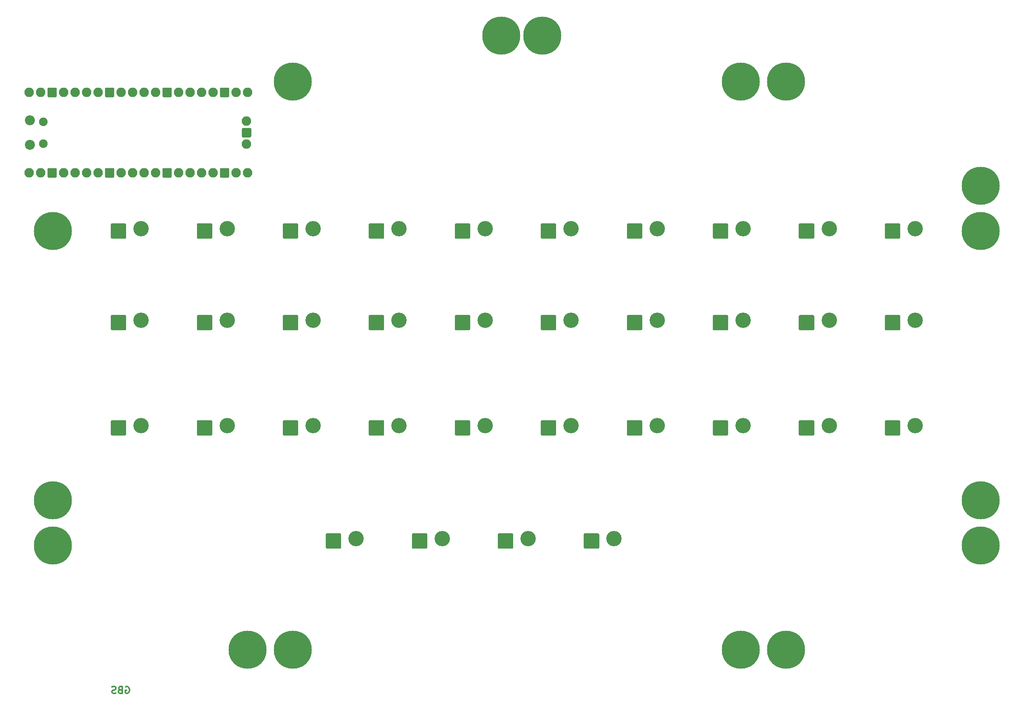
<source format=gbr>
%TF.GenerationSoftware,KiCad,Pcbnew,5.1.10-88a1d61d58~88~ubuntu20.04.1*%
%TF.CreationDate,2021-05-31T17:58:19-07:00*%
%TF.ProjectId,Stenokey,5374656e-6f6b-4657-992e-6b696361645f,1.0*%
%TF.SameCoordinates,Original*%
%TF.FileFunction,Soldermask,Bot*%
%TF.FilePolarity,Negative*%
%FSLAX46Y46*%
G04 Gerber Fmt 4.6, Leading zero omitted, Abs format (unit mm)*
G04 Created by KiCad (PCBNEW 5.1.10-88a1d61d58~88~ubuntu20.04.1) date 2021-05-31 17:58:19*
%MOMM*%
%LPD*%
G01*
G04 APERTURE LIST*
%ADD10C,0.300000*%
%ADD11O,2.100000X2.100000*%
%ADD12O,2.200000X2.200000*%
%ADD13O,1.900000X1.900000*%
%ADD14C,8.400000*%
%ADD15C,3.400000*%
G04 APERTURE END LIST*
D10*
X133071428Y-201250000D02*
X133214285Y-201178571D01*
X133428571Y-201178571D01*
X133642857Y-201250000D01*
X133785714Y-201392857D01*
X133857142Y-201535714D01*
X133928571Y-201821428D01*
X133928571Y-202035714D01*
X133857142Y-202321428D01*
X133785714Y-202464285D01*
X133642857Y-202607142D01*
X133428571Y-202678571D01*
X133285714Y-202678571D01*
X133071428Y-202607142D01*
X133000000Y-202535714D01*
X133000000Y-202035714D01*
X133285714Y-202035714D01*
X131857142Y-201892857D02*
X131642857Y-201964285D01*
X131571428Y-202035714D01*
X131500000Y-202178571D01*
X131500000Y-202392857D01*
X131571428Y-202535714D01*
X131642857Y-202607142D01*
X131785714Y-202678571D01*
X132357142Y-202678571D01*
X132357142Y-201178571D01*
X131857142Y-201178571D01*
X131714285Y-201250000D01*
X131642857Y-201321428D01*
X131571428Y-201464285D01*
X131571428Y-201607142D01*
X131642857Y-201750000D01*
X131714285Y-201821428D01*
X131857142Y-201892857D01*
X132357142Y-201892857D01*
X130928571Y-202607142D02*
X130714285Y-202678571D01*
X130357142Y-202678571D01*
X130214285Y-202607142D01*
X130142857Y-202535714D01*
X130071428Y-202392857D01*
X130071428Y-202250000D01*
X130142857Y-202107142D01*
X130214285Y-202035714D01*
X130357142Y-201964285D01*
X130642857Y-201892857D01*
X130785714Y-201821428D01*
X130857142Y-201750000D01*
X130928571Y-201607142D01*
X130928571Y-201464285D01*
X130857142Y-201321428D01*
X130785714Y-201250000D01*
X130642857Y-201178571D01*
X130285714Y-201178571D01*
X130071428Y-201250000D01*
D11*
%TO.C,U1*%
X111760000Y-87630000D03*
X114300000Y-87630000D03*
G36*
G01*
X117690000Y-88680000D02*
X115990000Y-88680000D01*
G75*
G02*
X115790000Y-88480000I0J200000D01*
G01*
X115790000Y-86780000D01*
G75*
G02*
X115990000Y-86580000I200000J0D01*
G01*
X117690000Y-86580000D01*
G75*
G02*
X117890000Y-86780000I0J-200000D01*
G01*
X117890000Y-88480000D01*
G75*
G02*
X117690000Y-88680000I-200000J0D01*
G01*
G37*
X119380000Y-87630000D03*
X121920000Y-87630000D03*
X124460000Y-87630000D03*
X127000000Y-87630000D03*
G36*
G01*
X130390000Y-88680000D02*
X128690000Y-88680000D01*
G75*
G02*
X128490000Y-88480000I0J200000D01*
G01*
X128490000Y-86780000D01*
G75*
G02*
X128690000Y-86580000I200000J0D01*
G01*
X130390000Y-86580000D01*
G75*
G02*
X130590000Y-86780000I0J-200000D01*
G01*
X130590000Y-88480000D01*
G75*
G02*
X130390000Y-88680000I-200000J0D01*
G01*
G37*
X132080000Y-87630000D03*
X134620000Y-87630000D03*
X137160000Y-87630000D03*
X139700000Y-87630000D03*
G36*
G01*
X143090000Y-88680000D02*
X141390000Y-88680000D01*
G75*
G02*
X141190000Y-88480000I0J200000D01*
G01*
X141190000Y-86780000D01*
G75*
G02*
X141390000Y-86580000I200000J0D01*
G01*
X143090000Y-86580000D01*
G75*
G02*
X143290000Y-86780000I0J-200000D01*
G01*
X143290000Y-88480000D01*
G75*
G02*
X143090000Y-88680000I-200000J0D01*
G01*
G37*
X144780000Y-87630000D03*
X147320000Y-87630000D03*
X149860000Y-87630000D03*
X152400000Y-87630000D03*
G36*
G01*
X155790000Y-88680000D02*
X154090000Y-88680000D01*
G75*
G02*
X153890000Y-88480000I0J200000D01*
G01*
X153890000Y-86780000D01*
G75*
G02*
X154090000Y-86580000I200000J0D01*
G01*
X155790000Y-86580000D01*
G75*
G02*
X155990000Y-86780000I0J-200000D01*
G01*
X155990000Y-88480000D01*
G75*
G02*
X155790000Y-88680000I-200000J0D01*
G01*
G37*
X157480000Y-87630000D03*
X160020000Y-87630000D03*
X160020000Y-69850000D03*
X157480000Y-69850000D03*
G36*
G01*
X155790000Y-70900000D02*
X154090000Y-70900000D01*
G75*
G02*
X153890000Y-70700000I0J200000D01*
G01*
X153890000Y-69000000D01*
G75*
G02*
X154090000Y-68800000I200000J0D01*
G01*
X155790000Y-68800000D01*
G75*
G02*
X155990000Y-69000000I0J-200000D01*
G01*
X155990000Y-70700000D01*
G75*
G02*
X155790000Y-70900000I-200000J0D01*
G01*
G37*
X152400000Y-69850000D03*
X149860000Y-69850000D03*
X147320000Y-69850000D03*
X144780000Y-69850000D03*
G36*
G01*
X143090000Y-70900000D02*
X141390000Y-70900000D01*
G75*
G02*
X141190000Y-70700000I0J200000D01*
G01*
X141190000Y-69000000D01*
G75*
G02*
X141390000Y-68800000I200000J0D01*
G01*
X143090000Y-68800000D01*
G75*
G02*
X143290000Y-69000000I0J-200000D01*
G01*
X143290000Y-70700000D01*
G75*
G02*
X143090000Y-70900000I-200000J0D01*
G01*
G37*
X139700000Y-69850000D03*
X137160000Y-69850000D03*
X134620000Y-69850000D03*
X132080000Y-69850000D03*
G36*
G01*
X130390000Y-70900000D02*
X128690000Y-70900000D01*
G75*
G02*
X128490000Y-70700000I0J200000D01*
G01*
X128490000Y-69000000D01*
G75*
G02*
X128690000Y-68800000I200000J0D01*
G01*
X130390000Y-68800000D01*
G75*
G02*
X130590000Y-69000000I0J-200000D01*
G01*
X130590000Y-70700000D01*
G75*
G02*
X130390000Y-70900000I-200000J0D01*
G01*
G37*
X127000000Y-69850000D03*
X124460000Y-69850000D03*
X121920000Y-69850000D03*
X119380000Y-69850000D03*
G36*
G01*
X117690000Y-70900000D02*
X115990000Y-70900000D01*
G75*
G02*
X115790000Y-70700000I0J200000D01*
G01*
X115790000Y-69000000D01*
G75*
G02*
X115990000Y-68800000I200000J0D01*
G01*
X117690000Y-68800000D01*
G75*
G02*
X117890000Y-69000000I0J-200000D01*
G01*
X117890000Y-70700000D01*
G75*
G02*
X117690000Y-70900000I-200000J0D01*
G01*
G37*
X114300000Y-69850000D03*
X111760000Y-69850000D03*
D12*
X111890000Y-81465000D03*
X111890000Y-76015000D03*
D13*
X114920000Y-81165000D03*
X114920000Y-76315000D03*
D11*
X159790000Y-81280000D03*
G36*
G01*
X160640000Y-79790000D02*
X158940000Y-79790000D01*
G75*
G02*
X158740000Y-79590000I0J200000D01*
G01*
X158740000Y-77890000D01*
G75*
G02*
X158940000Y-77690000I200000J0D01*
G01*
X160640000Y-77690000D01*
G75*
G02*
X160840000Y-77890000I0J-200000D01*
G01*
X160840000Y-79590000D01*
G75*
G02*
X160640000Y-79790000I-200000J0D01*
G01*
G37*
X159790000Y-76200000D03*
%TD*%
D14*
%TO.C,Z4*%
X279000000Y-67500000D03*
%TD*%
%TO.C,Z5*%
X322000000Y-90500000D03*
%TD*%
%TO.C,SW1*%
G36*
G01*
X129800000Y-102000000D02*
X129800000Y-99000000D01*
G75*
G02*
X130000000Y-98800000I200000J0D01*
G01*
X133000000Y-98800000D01*
G75*
G02*
X133200000Y-99000000I0J-200000D01*
G01*
X133200000Y-102000000D01*
G75*
G02*
X133000000Y-102200000I-200000J0D01*
G01*
X130000000Y-102200000D01*
G75*
G02*
X129800000Y-102000000I0J200000D01*
G01*
G37*
D15*
X136500000Y-100000000D03*
%TD*%
%TO.C,SW2*%
G36*
G01*
X148800000Y-102000000D02*
X148800000Y-99000000D01*
G75*
G02*
X149000000Y-98800000I200000J0D01*
G01*
X152000000Y-98800000D01*
G75*
G02*
X152200000Y-99000000I0J-200000D01*
G01*
X152200000Y-102000000D01*
G75*
G02*
X152000000Y-102200000I-200000J0D01*
G01*
X149000000Y-102200000D01*
G75*
G02*
X148800000Y-102000000I0J200000D01*
G01*
G37*
X155500000Y-100000000D03*
%TD*%
%TO.C,SW3*%
G36*
G01*
X167800000Y-102000000D02*
X167800000Y-99000000D01*
G75*
G02*
X168000000Y-98800000I200000J0D01*
G01*
X171000000Y-98800000D01*
G75*
G02*
X171200000Y-99000000I0J-200000D01*
G01*
X171200000Y-102000000D01*
G75*
G02*
X171000000Y-102200000I-200000J0D01*
G01*
X168000000Y-102200000D01*
G75*
G02*
X167800000Y-102000000I0J200000D01*
G01*
G37*
X174500000Y-100000000D03*
%TD*%
%TO.C,SW4*%
G36*
G01*
X186800000Y-102000000D02*
X186800000Y-99000000D01*
G75*
G02*
X187000000Y-98800000I200000J0D01*
G01*
X190000000Y-98800000D01*
G75*
G02*
X190200000Y-99000000I0J-200000D01*
G01*
X190200000Y-102000000D01*
G75*
G02*
X190000000Y-102200000I-200000J0D01*
G01*
X187000000Y-102200000D01*
G75*
G02*
X186800000Y-102000000I0J200000D01*
G01*
G37*
X193500000Y-100000000D03*
%TD*%
%TO.C,SW5*%
G36*
G01*
X205800000Y-102000000D02*
X205800000Y-99000000D01*
G75*
G02*
X206000000Y-98800000I200000J0D01*
G01*
X209000000Y-98800000D01*
G75*
G02*
X209200000Y-99000000I0J-200000D01*
G01*
X209200000Y-102000000D01*
G75*
G02*
X209000000Y-102200000I-200000J0D01*
G01*
X206000000Y-102200000D01*
G75*
G02*
X205800000Y-102000000I0J200000D01*
G01*
G37*
X212500000Y-100000000D03*
%TD*%
%TO.C,SW6*%
G36*
G01*
X224800000Y-102000000D02*
X224800000Y-99000000D01*
G75*
G02*
X225000000Y-98800000I200000J0D01*
G01*
X228000000Y-98800000D01*
G75*
G02*
X228200000Y-99000000I0J-200000D01*
G01*
X228200000Y-102000000D01*
G75*
G02*
X228000000Y-102200000I-200000J0D01*
G01*
X225000000Y-102200000D01*
G75*
G02*
X224800000Y-102000000I0J200000D01*
G01*
G37*
X231500000Y-100000000D03*
%TD*%
%TO.C,SW7*%
G36*
G01*
X243800000Y-102000000D02*
X243800000Y-99000000D01*
G75*
G02*
X244000000Y-98800000I200000J0D01*
G01*
X247000000Y-98800000D01*
G75*
G02*
X247200000Y-99000000I0J-200000D01*
G01*
X247200000Y-102000000D01*
G75*
G02*
X247000000Y-102200000I-200000J0D01*
G01*
X244000000Y-102200000D01*
G75*
G02*
X243800000Y-102000000I0J200000D01*
G01*
G37*
X250500000Y-100000000D03*
%TD*%
%TO.C,SW8*%
G36*
G01*
X262800000Y-102000000D02*
X262800000Y-99000000D01*
G75*
G02*
X263000000Y-98800000I200000J0D01*
G01*
X266000000Y-98800000D01*
G75*
G02*
X266200000Y-99000000I0J-200000D01*
G01*
X266200000Y-102000000D01*
G75*
G02*
X266000000Y-102200000I-200000J0D01*
G01*
X263000000Y-102200000D01*
G75*
G02*
X262800000Y-102000000I0J200000D01*
G01*
G37*
X269500000Y-100000000D03*
%TD*%
%TO.C,SW9*%
G36*
G01*
X281800000Y-102000000D02*
X281800000Y-99000000D01*
G75*
G02*
X282000000Y-98800000I200000J0D01*
G01*
X285000000Y-98800000D01*
G75*
G02*
X285200000Y-99000000I0J-200000D01*
G01*
X285200000Y-102000000D01*
G75*
G02*
X285000000Y-102200000I-200000J0D01*
G01*
X282000000Y-102200000D01*
G75*
G02*
X281800000Y-102000000I0J200000D01*
G01*
G37*
X288500000Y-100000000D03*
%TD*%
%TO.C,SW10*%
G36*
G01*
X300800000Y-102000000D02*
X300800000Y-99000000D01*
G75*
G02*
X301000000Y-98800000I200000J0D01*
G01*
X304000000Y-98800000D01*
G75*
G02*
X304200000Y-99000000I0J-200000D01*
G01*
X304200000Y-102000000D01*
G75*
G02*
X304000000Y-102200000I-200000J0D01*
G01*
X301000000Y-102200000D01*
G75*
G02*
X300800000Y-102000000I0J200000D01*
G01*
G37*
X307500000Y-100000000D03*
%TD*%
%TO.C,SW11*%
G36*
G01*
X129800000Y-122250000D02*
X129800000Y-119250000D01*
G75*
G02*
X130000000Y-119050000I200000J0D01*
G01*
X133000000Y-119050000D01*
G75*
G02*
X133200000Y-119250000I0J-200000D01*
G01*
X133200000Y-122250000D01*
G75*
G02*
X133000000Y-122450000I-200000J0D01*
G01*
X130000000Y-122450000D01*
G75*
G02*
X129800000Y-122250000I0J200000D01*
G01*
G37*
X136500000Y-120250000D03*
%TD*%
%TO.C,SW12*%
G36*
G01*
X148800000Y-122250000D02*
X148800000Y-119250000D01*
G75*
G02*
X149000000Y-119050000I200000J0D01*
G01*
X152000000Y-119050000D01*
G75*
G02*
X152200000Y-119250000I0J-200000D01*
G01*
X152200000Y-122250000D01*
G75*
G02*
X152000000Y-122450000I-200000J0D01*
G01*
X149000000Y-122450000D01*
G75*
G02*
X148800000Y-122250000I0J200000D01*
G01*
G37*
X155500000Y-120250000D03*
%TD*%
%TO.C,SW13*%
G36*
G01*
X167800000Y-122250000D02*
X167800000Y-119250000D01*
G75*
G02*
X168000000Y-119050000I200000J0D01*
G01*
X171000000Y-119050000D01*
G75*
G02*
X171200000Y-119250000I0J-200000D01*
G01*
X171200000Y-122250000D01*
G75*
G02*
X171000000Y-122450000I-200000J0D01*
G01*
X168000000Y-122450000D01*
G75*
G02*
X167800000Y-122250000I0J200000D01*
G01*
G37*
X174500000Y-120250000D03*
%TD*%
%TO.C,SW14*%
G36*
G01*
X186800000Y-122250000D02*
X186800000Y-119250000D01*
G75*
G02*
X187000000Y-119050000I200000J0D01*
G01*
X190000000Y-119050000D01*
G75*
G02*
X190200000Y-119250000I0J-200000D01*
G01*
X190200000Y-122250000D01*
G75*
G02*
X190000000Y-122450000I-200000J0D01*
G01*
X187000000Y-122450000D01*
G75*
G02*
X186800000Y-122250000I0J200000D01*
G01*
G37*
X193500000Y-120250000D03*
%TD*%
%TO.C,SW15*%
G36*
G01*
X205800000Y-122250000D02*
X205800000Y-119250000D01*
G75*
G02*
X206000000Y-119050000I200000J0D01*
G01*
X209000000Y-119050000D01*
G75*
G02*
X209200000Y-119250000I0J-200000D01*
G01*
X209200000Y-122250000D01*
G75*
G02*
X209000000Y-122450000I-200000J0D01*
G01*
X206000000Y-122450000D01*
G75*
G02*
X205800000Y-122250000I0J200000D01*
G01*
G37*
X212500000Y-120250000D03*
%TD*%
%TO.C,SW16*%
G36*
G01*
X224800000Y-122250000D02*
X224800000Y-119250000D01*
G75*
G02*
X225000000Y-119050000I200000J0D01*
G01*
X228000000Y-119050000D01*
G75*
G02*
X228200000Y-119250000I0J-200000D01*
G01*
X228200000Y-122250000D01*
G75*
G02*
X228000000Y-122450000I-200000J0D01*
G01*
X225000000Y-122450000D01*
G75*
G02*
X224800000Y-122250000I0J200000D01*
G01*
G37*
X231500000Y-120250000D03*
%TD*%
%TO.C,SW17*%
G36*
G01*
X243800000Y-122250000D02*
X243800000Y-119250000D01*
G75*
G02*
X244000000Y-119050000I200000J0D01*
G01*
X247000000Y-119050000D01*
G75*
G02*
X247200000Y-119250000I0J-200000D01*
G01*
X247200000Y-122250000D01*
G75*
G02*
X247000000Y-122450000I-200000J0D01*
G01*
X244000000Y-122450000D01*
G75*
G02*
X243800000Y-122250000I0J200000D01*
G01*
G37*
X250500000Y-120250000D03*
%TD*%
%TO.C,SW18*%
G36*
G01*
X262800000Y-122250000D02*
X262800000Y-119250000D01*
G75*
G02*
X263000000Y-119050000I200000J0D01*
G01*
X266000000Y-119050000D01*
G75*
G02*
X266200000Y-119250000I0J-200000D01*
G01*
X266200000Y-122250000D01*
G75*
G02*
X266000000Y-122450000I-200000J0D01*
G01*
X263000000Y-122450000D01*
G75*
G02*
X262800000Y-122250000I0J200000D01*
G01*
G37*
X269500000Y-120250000D03*
%TD*%
%TO.C,SW19*%
G36*
G01*
X281800000Y-122250000D02*
X281800000Y-119250000D01*
G75*
G02*
X282000000Y-119050000I200000J0D01*
G01*
X285000000Y-119050000D01*
G75*
G02*
X285200000Y-119250000I0J-200000D01*
G01*
X285200000Y-122250000D01*
G75*
G02*
X285000000Y-122450000I-200000J0D01*
G01*
X282000000Y-122450000D01*
G75*
G02*
X281800000Y-122250000I0J200000D01*
G01*
G37*
X288500000Y-120250000D03*
%TD*%
%TO.C,SW20*%
G36*
G01*
X300800000Y-122250000D02*
X300800000Y-119250000D01*
G75*
G02*
X301000000Y-119050000I200000J0D01*
G01*
X304000000Y-119050000D01*
G75*
G02*
X304200000Y-119250000I0J-200000D01*
G01*
X304200000Y-122250000D01*
G75*
G02*
X304000000Y-122450000I-200000J0D01*
G01*
X301000000Y-122450000D01*
G75*
G02*
X300800000Y-122250000I0J200000D01*
G01*
G37*
X307500000Y-120250000D03*
%TD*%
%TO.C,SW21*%
G36*
G01*
X129800000Y-145500000D02*
X129800000Y-142500000D01*
G75*
G02*
X130000000Y-142300000I200000J0D01*
G01*
X133000000Y-142300000D01*
G75*
G02*
X133200000Y-142500000I0J-200000D01*
G01*
X133200000Y-145500000D01*
G75*
G02*
X133000000Y-145700000I-200000J0D01*
G01*
X130000000Y-145700000D01*
G75*
G02*
X129800000Y-145500000I0J200000D01*
G01*
G37*
X136500000Y-143500000D03*
%TD*%
%TO.C,SW22*%
G36*
G01*
X148800000Y-145500000D02*
X148800000Y-142500000D01*
G75*
G02*
X149000000Y-142300000I200000J0D01*
G01*
X152000000Y-142300000D01*
G75*
G02*
X152200000Y-142500000I0J-200000D01*
G01*
X152200000Y-145500000D01*
G75*
G02*
X152000000Y-145700000I-200000J0D01*
G01*
X149000000Y-145700000D01*
G75*
G02*
X148800000Y-145500000I0J200000D01*
G01*
G37*
X155500000Y-143500000D03*
%TD*%
%TO.C,SW23*%
G36*
G01*
X167800000Y-145500000D02*
X167800000Y-142500000D01*
G75*
G02*
X168000000Y-142300000I200000J0D01*
G01*
X171000000Y-142300000D01*
G75*
G02*
X171200000Y-142500000I0J-200000D01*
G01*
X171200000Y-145500000D01*
G75*
G02*
X171000000Y-145700000I-200000J0D01*
G01*
X168000000Y-145700000D01*
G75*
G02*
X167800000Y-145500000I0J200000D01*
G01*
G37*
X174500000Y-143500000D03*
%TD*%
%TO.C,SW24*%
G36*
G01*
X186800000Y-145500000D02*
X186800000Y-142500000D01*
G75*
G02*
X187000000Y-142300000I200000J0D01*
G01*
X190000000Y-142300000D01*
G75*
G02*
X190200000Y-142500000I0J-200000D01*
G01*
X190200000Y-145500000D01*
G75*
G02*
X190000000Y-145700000I-200000J0D01*
G01*
X187000000Y-145700000D01*
G75*
G02*
X186800000Y-145500000I0J200000D01*
G01*
G37*
X193500000Y-143500000D03*
%TD*%
%TO.C,SW25*%
G36*
G01*
X205800000Y-145500000D02*
X205800000Y-142500000D01*
G75*
G02*
X206000000Y-142300000I200000J0D01*
G01*
X209000000Y-142300000D01*
G75*
G02*
X209200000Y-142500000I0J-200000D01*
G01*
X209200000Y-145500000D01*
G75*
G02*
X209000000Y-145700000I-200000J0D01*
G01*
X206000000Y-145700000D01*
G75*
G02*
X205800000Y-145500000I0J200000D01*
G01*
G37*
X212500000Y-143500000D03*
%TD*%
%TO.C,SW26*%
G36*
G01*
X224800000Y-145500000D02*
X224800000Y-142500000D01*
G75*
G02*
X225000000Y-142300000I200000J0D01*
G01*
X228000000Y-142300000D01*
G75*
G02*
X228200000Y-142500000I0J-200000D01*
G01*
X228200000Y-145500000D01*
G75*
G02*
X228000000Y-145700000I-200000J0D01*
G01*
X225000000Y-145700000D01*
G75*
G02*
X224800000Y-145500000I0J200000D01*
G01*
G37*
X231500000Y-143500000D03*
%TD*%
%TO.C,SW27*%
G36*
G01*
X243800000Y-145500000D02*
X243800000Y-142500000D01*
G75*
G02*
X244000000Y-142300000I200000J0D01*
G01*
X247000000Y-142300000D01*
G75*
G02*
X247200000Y-142500000I0J-200000D01*
G01*
X247200000Y-145500000D01*
G75*
G02*
X247000000Y-145700000I-200000J0D01*
G01*
X244000000Y-145700000D01*
G75*
G02*
X243800000Y-145500000I0J200000D01*
G01*
G37*
X250500000Y-143500000D03*
%TD*%
%TO.C,SW28*%
G36*
G01*
X262800000Y-145500000D02*
X262800000Y-142500000D01*
G75*
G02*
X263000000Y-142300000I200000J0D01*
G01*
X266000000Y-142300000D01*
G75*
G02*
X266200000Y-142500000I0J-200000D01*
G01*
X266200000Y-145500000D01*
G75*
G02*
X266000000Y-145700000I-200000J0D01*
G01*
X263000000Y-145700000D01*
G75*
G02*
X262800000Y-145500000I0J200000D01*
G01*
G37*
X269500000Y-143500000D03*
%TD*%
%TO.C,SW29*%
G36*
G01*
X281800000Y-145500000D02*
X281800000Y-142500000D01*
G75*
G02*
X282000000Y-142300000I200000J0D01*
G01*
X285000000Y-142300000D01*
G75*
G02*
X285200000Y-142500000I0J-200000D01*
G01*
X285200000Y-145500000D01*
G75*
G02*
X285000000Y-145700000I-200000J0D01*
G01*
X282000000Y-145700000D01*
G75*
G02*
X281800000Y-145500000I0J200000D01*
G01*
G37*
X288500000Y-143500000D03*
%TD*%
%TO.C,SW30*%
G36*
G01*
X300800000Y-145500000D02*
X300800000Y-142500000D01*
G75*
G02*
X301000000Y-142300000I200000J0D01*
G01*
X304000000Y-142300000D01*
G75*
G02*
X304200000Y-142500000I0J-200000D01*
G01*
X304200000Y-145500000D01*
G75*
G02*
X304000000Y-145700000I-200000J0D01*
G01*
X301000000Y-145700000D01*
G75*
G02*
X300800000Y-145500000I0J200000D01*
G01*
G37*
X307500000Y-143500000D03*
%TD*%
%TO.C,SW31*%
G36*
G01*
X177300000Y-170500000D02*
X177300000Y-167500000D01*
G75*
G02*
X177500000Y-167300000I200000J0D01*
G01*
X180500000Y-167300000D01*
G75*
G02*
X180700000Y-167500000I0J-200000D01*
G01*
X180700000Y-170500000D01*
G75*
G02*
X180500000Y-170700000I-200000J0D01*
G01*
X177500000Y-170700000D01*
G75*
G02*
X177300000Y-170500000I0J200000D01*
G01*
G37*
X184000000Y-168500000D03*
%TD*%
%TO.C,SW32*%
G36*
G01*
X196300000Y-170500000D02*
X196300000Y-167500000D01*
G75*
G02*
X196500000Y-167300000I200000J0D01*
G01*
X199500000Y-167300000D01*
G75*
G02*
X199700000Y-167500000I0J-200000D01*
G01*
X199700000Y-170500000D01*
G75*
G02*
X199500000Y-170700000I-200000J0D01*
G01*
X196500000Y-170700000D01*
G75*
G02*
X196300000Y-170500000I0J200000D01*
G01*
G37*
X203000000Y-168500000D03*
%TD*%
%TO.C,SW33*%
G36*
G01*
X215300000Y-170500000D02*
X215300000Y-167500000D01*
G75*
G02*
X215500000Y-167300000I200000J0D01*
G01*
X218500000Y-167300000D01*
G75*
G02*
X218700000Y-167500000I0J-200000D01*
G01*
X218700000Y-170500000D01*
G75*
G02*
X218500000Y-170700000I-200000J0D01*
G01*
X215500000Y-170700000D01*
G75*
G02*
X215300000Y-170500000I0J200000D01*
G01*
G37*
X222000000Y-168500000D03*
%TD*%
%TO.C,SW34*%
G36*
G01*
X234300000Y-170500000D02*
X234300000Y-167500000D01*
G75*
G02*
X234500000Y-167300000I200000J0D01*
G01*
X237500000Y-167300000D01*
G75*
G02*
X237700000Y-167500000I0J-200000D01*
G01*
X237700000Y-170500000D01*
G75*
G02*
X237500000Y-170700000I-200000J0D01*
G01*
X234500000Y-170700000D01*
G75*
G02*
X234300000Y-170500000I0J200000D01*
G01*
G37*
X241000000Y-168500000D03*
%TD*%
D14*
%TO.C,Z2*%
X170000000Y-67500000D03*
%TD*%
%TO.C,Z3*%
X269000000Y-67500000D03*
%TD*%
%TO.C,Z6*%
X322000000Y-100500000D03*
%TD*%
%TO.C,Z7*%
X322000000Y-160000000D03*
%TD*%
%TO.C,Z8*%
X322000000Y-170000000D03*
%TD*%
%TO.C,Z9*%
X279000000Y-193000000D03*
%TD*%
%TO.C,Z10*%
X269000000Y-193000000D03*
%TD*%
%TO.C,Z11*%
X170000000Y-193000000D03*
%TD*%
%TO.C,Z12*%
X160000000Y-193000000D03*
%TD*%
%TO.C,Z13*%
X117000000Y-170000000D03*
%TD*%
%TO.C,Z14*%
X117000000Y-160000000D03*
%TD*%
%TO.C,Z15*%
X117000000Y-100500000D03*
%TD*%
%TO.C,Z1*%
X216090000Y-57340000D03*
%TD*%
%TO.C,Z16*%
X225090000Y-57340000D03*
%TD*%
M02*

</source>
